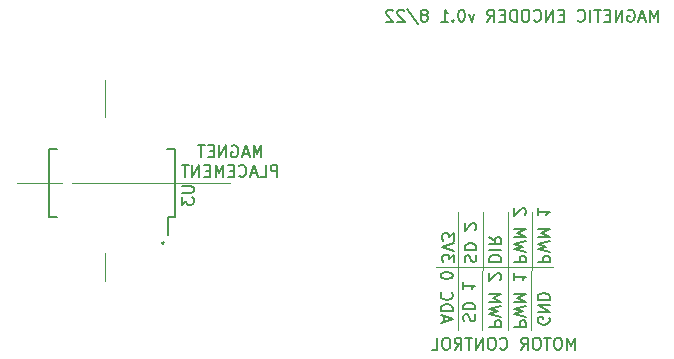
<source format=gbr>
%TF.GenerationSoftware,KiCad,Pcbnew,(5.1.9)-1*%
%TF.CreationDate,2022-08-25T12:46:07+02:00*%
%TF.ProjectId,electric_angle_actuator,656c6563-7472-4696-935f-616e676c655f,rev?*%
%TF.SameCoordinates,Original*%
%TF.FileFunction,Legend,Bot*%
%TF.FilePolarity,Positive*%
%FSLAX46Y46*%
G04 Gerber Fmt 4.6, Leading zero omitted, Abs format (unit mm)*
G04 Created by KiCad (PCBNEW (5.1.9)-1) date 2022-08-25 12:46:07*
%MOMM*%
%LPD*%
G01*
G04 APERTURE LIST*
%ADD10C,0.150000*%
%ADD11C,0.120000*%
G04 APERTURE END LIST*
D10*
X186056190Y-64242380D02*
X186056190Y-63242380D01*
X185722857Y-63956666D01*
X185389523Y-63242380D01*
X185389523Y-64242380D01*
X184960952Y-63956666D02*
X184484761Y-63956666D01*
X185056190Y-64242380D02*
X184722857Y-63242380D01*
X184389523Y-64242380D01*
X183532380Y-63290000D02*
X183627619Y-63242380D01*
X183770476Y-63242380D01*
X183913333Y-63290000D01*
X184008571Y-63385238D01*
X184056190Y-63480476D01*
X184103809Y-63670952D01*
X184103809Y-63813809D01*
X184056190Y-64004285D01*
X184008571Y-64099523D01*
X183913333Y-64194761D01*
X183770476Y-64242380D01*
X183675238Y-64242380D01*
X183532380Y-64194761D01*
X183484761Y-64147142D01*
X183484761Y-63813809D01*
X183675238Y-63813809D01*
X183056190Y-64242380D02*
X183056190Y-63242380D01*
X182484761Y-64242380D01*
X182484761Y-63242380D01*
X182008571Y-63718571D02*
X181675238Y-63718571D01*
X181532380Y-64242380D02*
X182008571Y-64242380D01*
X182008571Y-63242380D01*
X181532380Y-63242380D01*
X181246666Y-63242380D02*
X180675238Y-63242380D01*
X180960952Y-64242380D02*
X180960952Y-63242380D01*
X180341904Y-64242380D02*
X180341904Y-63242380D01*
X179294285Y-64147142D02*
X179341904Y-64194761D01*
X179484761Y-64242380D01*
X179580000Y-64242380D01*
X179722857Y-64194761D01*
X179818095Y-64099523D01*
X179865714Y-64004285D01*
X179913333Y-63813809D01*
X179913333Y-63670952D01*
X179865714Y-63480476D01*
X179818095Y-63385238D01*
X179722857Y-63290000D01*
X179580000Y-63242380D01*
X179484761Y-63242380D01*
X179341904Y-63290000D01*
X179294285Y-63337619D01*
X178103809Y-63718571D02*
X177770476Y-63718571D01*
X177627619Y-64242380D02*
X178103809Y-64242380D01*
X178103809Y-63242380D01*
X177627619Y-63242380D01*
X177199047Y-64242380D02*
X177199047Y-63242380D01*
X176627619Y-64242380D01*
X176627619Y-63242380D01*
X175580000Y-64147142D02*
X175627619Y-64194761D01*
X175770476Y-64242380D01*
X175865714Y-64242380D01*
X176008571Y-64194761D01*
X176103809Y-64099523D01*
X176151428Y-64004285D01*
X176199047Y-63813809D01*
X176199047Y-63670952D01*
X176151428Y-63480476D01*
X176103809Y-63385238D01*
X176008571Y-63290000D01*
X175865714Y-63242380D01*
X175770476Y-63242380D01*
X175627619Y-63290000D01*
X175580000Y-63337619D01*
X174960952Y-63242380D02*
X174770476Y-63242380D01*
X174675238Y-63290000D01*
X174580000Y-63385238D01*
X174532380Y-63575714D01*
X174532380Y-63909047D01*
X174580000Y-64099523D01*
X174675238Y-64194761D01*
X174770476Y-64242380D01*
X174960952Y-64242380D01*
X175056190Y-64194761D01*
X175151428Y-64099523D01*
X175199047Y-63909047D01*
X175199047Y-63575714D01*
X175151428Y-63385238D01*
X175056190Y-63290000D01*
X174960952Y-63242380D01*
X174103809Y-64242380D02*
X174103809Y-63242380D01*
X173865714Y-63242380D01*
X173722857Y-63290000D01*
X173627619Y-63385238D01*
X173580000Y-63480476D01*
X173532380Y-63670952D01*
X173532380Y-63813809D01*
X173580000Y-64004285D01*
X173627619Y-64099523D01*
X173722857Y-64194761D01*
X173865714Y-64242380D01*
X174103809Y-64242380D01*
X173103809Y-63718571D02*
X172770476Y-63718571D01*
X172627619Y-64242380D02*
X173103809Y-64242380D01*
X173103809Y-63242380D01*
X172627619Y-63242380D01*
X171627619Y-64242380D02*
X171960952Y-63766190D01*
X172199047Y-64242380D02*
X172199047Y-63242380D01*
X171818095Y-63242380D01*
X171722857Y-63290000D01*
X171675238Y-63337619D01*
X171627619Y-63432857D01*
X171627619Y-63575714D01*
X171675238Y-63670952D01*
X171722857Y-63718571D01*
X171818095Y-63766190D01*
X172199047Y-63766190D01*
X170532380Y-63575714D02*
X170294285Y-64242380D01*
X170056190Y-63575714D01*
X169484761Y-63242380D02*
X169389523Y-63242380D01*
X169294285Y-63290000D01*
X169246666Y-63337619D01*
X169199047Y-63432857D01*
X169151428Y-63623333D01*
X169151428Y-63861428D01*
X169199047Y-64051904D01*
X169246666Y-64147142D01*
X169294285Y-64194761D01*
X169389523Y-64242380D01*
X169484761Y-64242380D01*
X169580000Y-64194761D01*
X169627619Y-64147142D01*
X169675238Y-64051904D01*
X169722857Y-63861428D01*
X169722857Y-63623333D01*
X169675238Y-63432857D01*
X169627619Y-63337619D01*
X169580000Y-63290000D01*
X169484761Y-63242380D01*
X168722857Y-64147142D02*
X168675238Y-64194761D01*
X168722857Y-64242380D01*
X168770476Y-64194761D01*
X168722857Y-64147142D01*
X168722857Y-64242380D01*
X167722857Y-64242380D02*
X168294285Y-64242380D01*
X168008571Y-64242380D02*
X168008571Y-63242380D01*
X168103809Y-63385238D01*
X168199047Y-63480476D01*
X168294285Y-63528095D01*
X166389523Y-63670952D02*
X166484761Y-63623333D01*
X166532380Y-63575714D01*
X166580000Y-63480476D01*
X166580000Y-63432857D01*
X166532380Y-63337619D01*
X166484761Y-63290000D01*
X166389523Y-63242380D01*
X166199047Y-63242380D01*
X166103809Y-63290000D01*
X166056190Y-63337619D01*
X166008571Y-63432857D01*
X166008571Y-63480476D01*
X166056190Y-63575714D01*
X166103809Y-63623333D01*
X166199047Y-63670952D01*
X166389523Y-63670952D01*
X166484761Y-63718571D01*
X166532380Y-63766190D01*
X166580000Y-63861428D01*
X166580000Y-64051904D01*
X166532380Y-64147142D01*
X166484761Y-64194761D01*
X166389523Y-64242380D01*
X166199047Y-64242380D01*
X166103809Y-64194761D01*
X166056190Y-64147142D01*
X166008571Y-64051904D01*
X166008571Y-63861428D01*
X166056190Y-63766190D01*
X166103809Y-63718571D01*
X166199047Y-63670952D01*
X164865714Y-63194761D02*
X165722857Y-64480476D01*
X164580000Y-63337619D02*
X164532380Y-63290000D01*
X164437142Y-63242380D01*
X164199047Y-63242380D01*
X164103809Y-63290000D01*
X164056190Y-63337619D01*
X164008571Y-63432857D01*
X164008571Y-63528095D01*
X164056190Y-63670952D01*
X164627619Y-64242380D01*
X164008571Y-64242380D01*
X163627619Y-63337619D02*
X163580000Y-63290000D01*
X163484761Y-63242380D01*
X163246666Y-63242380D01*
X163151428Y-63290000D01*
X163103809Y-63337619D01*
X163056190Y-63432857D01*
X163056190Y-63528095D01*
X163103809Y-63670952D01*
X163675238Y-64242380D01*
X163056190Y-64242380D01*
X152499047Y-75727380D02*
X152499047Y-74727380D01*
X152165714Y-75441666D01*
X151832380Y-74727380D01*
X151832380Y-75727380D01*
X151403809Y-75441666D02*
X150927619Y-75441666D01*
X151499047Y-75727380D02*
X151165714Y-74727380D01*
X150832380Y-75727380D01*
X149975238Y-74775000D02*
X150070476Y-74727380D01*
X150213333Y-74727380D01*
X150356190Y-74775000D01*
X150451428Y-74870238D01*
X150499047Y-74965476D01*
X150546666Y-75155952D01*
X150546666Y-75298809D01*
X150499047Y-75489285D01*
X150451428Y-75584523D01*
X150356190Y-75679761D01*
X150213333Y-75727380D01*
X150118095Y-75727380D01*
X149975238Y-75679761D01*
X149927619Y-75632142D01*
X149927619Y-75298809D01*
X150118095Y-75298809D01*
X149499047Y-75727380D02*
X149499047Y-74727380D01*
X148927619Y-75727380D01*
X148927619Y-74727380D01*
X148451428Y-75203571D02*
X148118095Y-75203571D01*
X147975238Y-75727380D02*
X148451428Y-75727380D01*
X148451428Y-74727380D01*
X147975238Y-74727380D01*
X147689523Y-74727380D02*
X147118095Y-74727380D01*
X147403809Y-75727380D02*
X147403809Y-74727380D01*
X153856190Y-77377380D02*
X153856190Y-76377380D01*
X153475238Y-76377380D01*
X153380000Y-76425000D01*
X153332380Y-76472619D01*
X153284761Y-76567857D01*
X153284761Y-76710714D01*
X153332380Y-76805952D01*
X153380000Y-76853571D01*
X153475238Y-76901190D01*
X153856190Y-76901190D01*
X152380000Y-77377380D02*
X152856190Y-77377380D01*
X152856190Y-76377380D01*
X152094285Y-77091666D02*
X151618095Y-77091666D01*
X152189523Y-77377380D02*
X151856190Y-76377380D01*
X151522857Y-77377380D01*
X150618095Y-77282142D02*
X150665714Y-77329761D01*
X150808571Y-77377380D01*
X150903809Y-77377380D01*
X151046666Y-77329761D01*
X151141904Y-77234523D01*
X151189523Y-77139285D01*
X151237142Y-76948809D01*
X151237142Y-76805952D01*
X151189523Y-76615476D01*
X151141904Y-76520238D01*
X151046666Y-76425000D01*
X150903809Y-76377380D01*
X150808571Y-76377380D01*
X150665714Y-76425000D01*
X150618095Y-76472619D01*
X150189523Y-76853571D02*
X149856190Y-76853571D01*
X149713333Y-77377380D02*
X150189523Y-77377380D01*
X150189523Y-76377380D01*
X149713333Y-76377380D01*
X149284761Y-77377380D02*
X149284761Y-76377380D01*
X148951428Y-77091666D01*
X148618095Y-76377380D01*
X148618095Y-77377380D01*
X148141904Y-76853571D02*
X147808571Y-76853571D01*
X147665714Y-77377380D02*
X148141904Y-77377380D01*
X148141904Y-76377380D01*
X147665714Y-76377380D01*
X147237142Y-77377380D02*
X147237142Y-76377380D01*
X146665714Y-77377380D01*
X146665714Y-76377380D01*
X146332380Y-76377380D02*
X145760952Y-76377380D01*
X146046666Y-77377380D02*
X146046666Y-76377380D01*
D11*
X135620000Y-77930000D02*
X131790000Y-77910000D01*
X136480000Y-77930000D02*
X149880000Y-77910000D01*
X139250000Y-83810000D02*
X139250000Y-86190000D01*
X139250000Y-69190000D02*
X139250000Y-72360000D01*
X175350000Y-90360000D02*
X175450000Y-80360000D01*
X173350000Y-90360000D02*
X173350000Y-80360000D01*
X171150000Y-90360000D02*
X171250000Y-80360000D01*
X169150000Y-90360000D02*
X169150000Y-80360000D01*
X167250000Y-85060000D02*
X177150000Y-85060000D01*
D10*
X167983333Y-89655238D02*
X167983333Y-89179047D01*
X167697619Y-89750476D02*
X168697619Y-89417142D01*
X167697619Y-89083809D01*
X167697619Y-88750476D02*
X168697619Y-88750476D01*
X168697619Y-88512380D01*
X168650000Y-88369523D01*
X168554761Y-88274285D01*
X168459523Y-88226666D01*
X168269047Y-88179047D01*
X168126190Y-88179047D01*
X167935714Y-88226666D01*
X167840476Y-88274285D01*
X167745238Y-88369523D01*
X167697619Y-88512380D01*
X167697619Y-88750476D01*
X167792857Y-87179047D02*
X167745238Y-87226666D01*
X167697619Y-87369523D01*
X167697619Y-87464761D01*
X167745238Y-87607619D01*
X167840476Y-87702857D01*
X167935714Y-87750476D01*
X168126190Y-87798095D01*
X168269047Y-87798095D01*
X168459523Y-87750476D01*
X168554761Y-87702857D01*
X168650000Y-87607619D01*
X168697619Y-87464761D01*
X168697619Y-87369523D01*
X168650000Y-87226666D01*
X168602380Y-87179047D01*
X168697619Y-85798095D02*
X168697619Y-85702857D01*
X168650000Y-85607619D01*
X168602380Y-85560000D01*
X168507142Y-85512380D01*
X168316666Y-85464761D01*
X168078571Y-85464761D01*
X167888095Y-85512380D01*
X167792857Y-85560000D01*
X167745238Y-85607619D01*
X167697619Y-85702857D01*
X167697619Y-85798095D01*
X167745238Y-85893333D01*
X167792857Y-85940952D01*
X167888095Y-85988571D01*
X168078571Y-86036190D01*
X168316666Y-86036190D01*
X168507142Y-85988571D01*
X168602380Y-85940952D01*
X168650000Y-85893333D01*
X168697619Y-85798095D01*
X169645238Y-89602857D02*
X169597619Y-89460000D01*
X169597619Y-89221904D01*
X169645238Y-89126666D01*
X169692857Y-89079047D01*
X169788095Y-89031428D01*
X169883333Y-89031428D01*
X169978571Y-89079047D01*
X170026190Y-89126666D01*
X170073809Y-89221904D01*
X170121428Y-89412380D01*
X170169047Y-89507619D01*
X170216666Y-89555238D01*
X170311904Y-89602857D01*
X170407142Y-89602857D01*
X170502380Y-89555238D01*
X170550000Y-89507619D01*
X170597619Y-89412380D01*
X170597619Y-89174285D01*
X170550000Y-89031428D01*
X169597619Y-88602857D02*
X170597619Y-88602857D01*
X170597619Y-88364761D01*
X170550000Y-88221904D01*
X170454761Y-88126666D01*
X170359523Y-88079047D01*
X170169047Y-88031428D01*
X170026190Y-88031428D01*
X169835714Y-88079047D01*
X169740476Y-88126666D01*
X169645238Y-88221904D01*
X169597619Y-88364761D01*
X169597619Y-88602857D01*
X169597619Y-86317142D02*
X169597619Y-86888571D01*
X169597619Y-86602857D02*
X170597619Y-86602857D01*
X170454761Y-86698095D01*
X170359523Y-86793333D01*
X170311904Y-86888571D01*
X171797619Y-90121904D02*
X172797619Y-90121904D01*
X172797619Y-89740952D01*
X172750000Y-89645714D01*
X172702380Y-89598095D01*
X172607142Y-89550476D01*
X172464285Y-89550476D01*
X172369047Y-89598095D01*
X172321428Y-89645714D01*
X172273809Y-89740952D01*
X172273809Y-90121904D01*
X172797619Y-89217142D02*
X171797619Y-88979047D01*
X172511904Y-88788571D01*
X171797619Y-88598095D01*
X172797619Y-88360000D01*
X171797619Y-87979047D02*
X172797619Y-87979047D01*
X172083333Y-87645714D01*
X172797619Y-87312380D01*
X171797619Y-87312380D01*
X172702380Y-86121904D02*
X172750000Y-86074285D01*
X172797619Y-85979047D01*
X172797619Y-85740952D01*
X172750000Y-85645714D01*
X172702380Y-85598095D01*
X172607142Y-85550476D01*
X172511904Y-85550476D01*
X172369047Y-85598095D01*
X171797619Y-86169523D01*
X171797619Y-85550476D01*
X173897619Y-90121904D02*
X174897619Y-90121904D01*
X174897619Y-89740952D01*
X174850000Y-89645714D01*
X174802380Y-89598095D01*
X174707142Y-89550476D01*
X174564285Y-89550476D01*
X174469047Y-89598095D01*
X174421428Y-89645714D01*
X174373809Y-89740952D01*
X174373809Y-90121904D01*
X174897619Y-89217142D02*
X173897619Y-88979047D01*
X174611904Y-88788571D01*
X173897619Y-88598095D01*
X174897619Y-88360000D01*
X173897619Y-87979047D02*
X174897619Y-87979047D01*
X174183333Y-87645714D01*
X174897619Y-87312380D01*
X173897619Y-87312380D01*
X173897619Y-85550476D02*
X173897619Y-86121904D01*
X173897619Y-85836190D02*
X174897619Y-85836190D01*
X174754761Y-85931428D01*
X174659523Y-86026666D01*
X174611904Y-86121904D01*
X176850000Y-89321904D02*
X176897619Y-89417142D01*
X176897619Y-89560000D01*
X176850000Y-89702857D01*
X176754761Y-89798095D01*
X176659523Y-89845714D01*
X176469047Y-89893333D01*
X176326190Y-89893333D01*
X176135714Y-89845714D01*
X176040476Y-89798095D01*
X175945238Y-89702857D01*
X175897619Y-89560000D01*
X175897619Y-89464761D01*
X175945238Y-89321904D01*
X175992857Y-89274285D01*
X176326190Y-89274285D01*
X176326190Y-89464761D01*
X175897619Y-88845714D02*
X176897619Y-88845714D01*
X175897619Y-88274285D01*
X176897619Y-88274285D01*
X175897619Y-87798095D02*
X176897619Y-87798095D01*
X176897619Y-87560000D01*
X176850000Y-87417142D01*
X176754761Y-87321904D01*
X176659523Y-87274285D01*
X176469047Y-87226666D01*
X176326190Y-87226666D01*
X176135714Y-87274285D01*
X176040476Y-87321904D01*
X175945238Y-87417142D01*
X175897619Y-87560000D01*
X175897619Y-87798095D01*
X168797619Y-84598095D02*
X168797619Y-83979047D01*
X168416666Y-84312380D01*
X168416666Y-84169523D01*
X168369047Y-84074285D01*
X168321428Y-84026666D01*
X168226190Y-83979047D01*
X167988095Y-83979047D01*
X167892857Y-84026666D01*
X167845238Y-84074285D01*
X167797619Y-84169523D01*
X167797619Y-84455238D01*
X167845238Y-84550476D01*
X167892857Y-84598095D01*
X168797619Y-83693333D02*
X167797619Y-83360000D01*
X168797619Y-83026666D01*
X168797619Y-82788571D02*
X168797619Y-82169523D01*
X168416666Y-82502857D01*
X168416666Y-82360000D01*
X168369047Y-82264761D01*
X168321428Y-82217142D01*
X168226190Y-82169523D01*
X167988095Y-82169523D01*
X167892857Y-82217142D01*
X167845238Y-82264761D01*
X167797619Y-82360000D01*
X167797619Y-82645714D01*
X167845238Y-82740952D01*
X167892857Y-82788571D01*
X169745238Y-84602857D02*
X169697619Y-84460000D01*
X169697619Y-84221904D01*
X169745238Y-84126666D01*
X169792857Y-84079047D01*
X169888095Y-84031428D01*
X169983333Y-84031428D01*
X170078571Y-84079047D01*
X170126190Y-84126666D01*
X170173809Y-84221904D01*
X170221428Y-84412380D01*
X170269047Y-84507619D01*
X170316666Y-84555238D01*
X170411904Y-84602857D01*
X170507142Y-84602857D01*
X170602380Y-84555238D01*
X170650000Y-84507619D01*
X170697619Y-84412380D01*
X170697619Y-84174285D01*
X170650000Y-84031428D01*
X169697619Y-83602857D02*
X170697619Y-83602857D01*
X170697619Y-83364761D01*
X170650000Y-83221904D01*
X170554761Y-83126666D01*
X170459523Y-83079047D01*
X170269047Y-83031428D01*
X170126190Y-83031428D01*
X169935714Y-83079047D01*
X169840476Y-83126666D01*
X169745238Y-83221904D01*
X169697619Y-83364761D01*
X169697619Y-83602857D01*
X170602380Y-81888571D02*
X170650000Y-81840952D01*
X170697619Y-81745714D01*
X170697619Y-81507619D01*
X170650000Y-81412380D01*
X170602380Y-81364761D01*
X170507142Y-81317142D01*
X170411904Y-81317142D01*
X170269047Y-81364761D01*
X169697619Y-81936190D01*
X169697619Y-81317142D01*
X171797619Y-84560000D02*
X172797619Y-84560000D01*
X172797619Y-84321904D01*
X172750000Y-84179047D01*
X172654761Y-84083809D01*
X172559523Y-84036190D01*
X172369047Y-83988571D01*
X172226190Y-83988571D01*
X172035714Y-84036190D01*
X171940476Y-84083809D01*
X171845238Y-84179047D01*
X171797619Y-84321904D01*
X171797619Y-84560000D01*
X171797619Y-83560000D02*
X172797619Y-83560000D01*
X171797619Y-82512380D02*
X172273809Y-82845714D01*
X171797619Y-83083809D02*
X172797619Y-83083809D01*
X172797619Y-82702857D01*
X172750000Y-82607619D01*
X172702380Y-82560000D01*
X172607142Y-82512380D01*
X172464285Y-82512380D01*
X172369047Y-82560000D01*
X172321428Y-82607619D01*
X172273809Y-82702857D01*
X172273809Y-83083809D01*
X173897619Y-84621904D02*
X174897619Y-84621904D01*
X174897619Y-84240952D01*
X174850000Y-84145714D01*
X174802380Y-84098095D01*
X174707142Y-84050476D01*
X174564285Y-84050476D01*
X174469047Y-84098095D01*
X174421428Y-84145714D01*
X174373809Y-84240952D01*
X174373809Y-84621904D01*
X174897619Y-83717142D02*
X173897619Y-83479047D01*
X174611904Y-83288571D01*
X173897619Y-83098095D01*
X174897619Y-82860000D01*
X173897619Y-82479047D02*
X174897619Y-82479047D01*
X174183333Y-82145714D01*
X174897619Y-81812380D01*
X173897619Y-81812380D01*
X174802380Y-80621904D02*
X174850000Y-80574285D01*
X174897619Y-80479047D01*
X174897619Y-80240952D01*
X174850000Y-80145714D01*
X174802380Y-80098095D01*
X174707142Y-80050476D01*
X174611904Y-80050476D01*
X174469047Y-80098095D01*
X173897619Y-80669523D01*
X173897619Y-80050476D01*
X175897619Y-84621904D02*
X176897619Y-84621904D01*
X176897619Y-84240952D01*
X176850000Y-84145714D01*
X176802380Y-84098095D01*
X176707142Y-84050476D01*
X176564285Y-84050476D01*
X176469047Y-84098095D01*
X176421428Y-84145714D01*
X176373809Y-84240952D01*
X176373809Y-84621904D01*
X176897619Y-83717142D02*
X175897619Y-83479047D01*
X176611904Y-83288571D01*
X175897619Y-83098095D01*
X176897619Y-82860000D01*
X175897619Y-82479047D02*
X176897619Y-82479047D01*
X176183333Y-82145714D01*
X176897619Y-81812380D01*
X175897619Y-81812380D01*
X175897619Y-80050476D02*
X175897619Y-80621904D01*
X175897619Y-80336190D02*
X176897619Y-80336190D01*
X176754761Y-80431428D01*
X176659523Y-80526666D01*
X176611904Y-80621904D01*
X179050000Y-92012380D02*
X179050000Y-91012380D01*
X178716666Y-91726666D01*
X178383333Y-91012380D01*
X178383333Y-92012380D01*
X177716666Y-91012380D02*
X177526190Y-91012380D01*
X177430952Y-91060000D01*
X177335714Y-91155238D01*
X177288095Y-91345714D01*
X177288095Y-91679047D01*
X177335714Y-91869523D01*
X177430952Y-91964761D01*
X177526190Y-92012380D01*
X177716666Y-92012380D01*
X177811904Y-91964761D01*
X177907142Y-91869523D01*
X177954761Y-91679047D01*
X177954761Y-91345714D01*
X177907142Y-91155238D01*
X177811904Y-91060000D01*
X177716666Y-91012380D01*
X177002380Y-91012380D02*
X176430952Y-91012380D01*
X176716666Y-92012380D02*
X176716666Y-91012380D01*
X175907142Y-91012380D02*
X175716666Y-91012380D01*
X175621428Y-91060000D01*
X175526190Y-91155238D01*
X175478571Y-91345714D01*
X175478571Y-91679047D01*
X175526190Y-91869523D01*
X175621428Y-91964761D01*
X175716666Y-92012380D01*
X175907142Y-92012380D01*
X176002380Y-91964761D01*
X176097619Y-91869523D01*
X176145238Y-91679047D01*
X176145238Y-91345714D01*
X176097619Y-91155238D01*
X176002380Y-91060000D01*
X175907142Y-91012380D01*
X174478571Y-92012380D02*
X174811904Y-91536190D01*
X175050000Y-92012380D02*
X175050000Y-91012380D01*
X174669047Y-91012380D01*
X174573809Y-91060000D01*
X174526190Y-91107619D01*
X174478571Y-91202857D01*
X174478571Y-91345714D01*
X174526190Y-91440952D01*
X174573809Y-91488571D01*
X174669047Y-91536190D01*
X175050000Y-91536190D01*
X172716666Y-91917142D02*
X172764285Y-91964761D01*
X172907142Y-92012380D01*
X173002380Y-92012380D01*
X173145238Y-91964761D01*
X173240476Y-91869523D01*
X173288095Y-91774285D01*
X173335714Y-91583809D01*
X173335714Y-91440952D01*
X173288095Y-91250476D01*
X173240476Y-91155238D01*
X173145238Y-91060000D01*
X173002380Y-91012380D01*
X172907142Y-91012380D01*
X172764285Y-91060000D01*
X172716666Y-91107619D01*
X172097619Y-91012380D02*
X171907142Y-91012380D01*
X171811904Y-91060000D01*
X171716666Y-91155238D01*
X171669047Y-91345714D01*
X171669047Y-91679047D01*
X171716666Y-91869523D01*
X171811904Y-91964761D01*
X171907142Y-92012380D01*
X172097619Y-92012380D01*
X172192857Y-91964761D01*
X172288095Y-91869523D01*
X172335714Y-91679047D01*
X172335714Y-91345714D01*
X172288095Y-91155238D01*
X172192857Y-91060000D01*
X172097619Y-91012380D01*
X171240476Y-92012380D02*
X171240476Y-91012380D01*
X170669047Y-92012380D01*
X170669047Y-91012380D01*
X170335714Y-91012380D02*
X169764285Y-91012380D01*
X170050000Y-92012380D02*
X170050000Y-91012380D01*
X168859523Y-92012380D02*
X169192857Y-91536190D01*
X169430952Y-92012380D02*
X169430952Y-91012380D01*
X169050000Y-91012380D01*
X168954761Y-91060000D01*
X168907142Y-91107619D01*
X168859523Y-91202857D01*
X168859523Y-91345714D01*
X168907142Y-91440952D01*
X168954761Y-91488571D01*
X169050000Y-91536190D01*
X169430952Y-91536190D01*
X168240476Y-91012380D02*
X168050000Y-91012380D01*
X167954761Y-91060000D01*
X167859523Y-91155238D01*
X167811904Y-91345714D01*
X167811904Y-91679047D01*
X167859523Y-91869523D01*
X167954761Y-91964761D01*
X168050000Y-92012380D01*
X168240476Y-92012380D01*
X168335714Y-91964761D01*
X168430952Y-91869523D01*
X168478571Y-91679047D01*
X168478571Y-91345714D01*
X168430952Y-91155238D01*
X168335714Y-91060000D01*
X168240476Y-91012380D01*
X166907142Y-92012380D02*
X167383333Y-92012380D01*
X167383333Y-91012380D01*
X144145000Y-82883285D02*
X144049761Y-82978523D01*
X144145000Y-83073761D01*
X144240238Y-82978523D01*
X144145000Y-82883285D01*
X144145000Y-83073761D01*
%TO.C,U3*%
X144602400Y-80751400D02*
X144602400Y-82351400D01*
X134527400Y-80751400D02*
X134527400Y-75001400D01*
X145177400Y-80751400D02*
X145177400Y-75001400D01*
X134527400Y-80751400D02*
X135177400Y-80751400D01*
X134527400Y-75001400D02*
X135177400Y-75001400D01*
X145177400Y-75001400D02*
X144527400Y-75001400D01*
X145177400Y-80751400D02*
X144602400Y-80751400D01*
X145752380Y-78178095D02*
X146561904Y-78178095D01*
X146657142Y-78225714D01*
X146704761Y-78273333D01*
X146752380Y-78368571D01*
X146752380Y-78559047D01*
X146704761Y-78654285D01*
X146657142Y-78701904D01*
X146561904Y-78749523D01*
X145752380Y-78749523D01*
X145752380Y-79130476D02*
X145752380Y-79749523D01*
X146133333Y-79416190D01*
X146133333Y-79559047D01*
X146180952Y-79654285D01*
X146228571Y-79701904D01*
X146323809Y-79749523D01*
X146561904Y-79749523D01*
X146657142Y-79701904D01*
X146704761Y-79654285D01*
X146752380Y-79559047D01*
X146752380Y-79273333D01*
X146704761Y-79178095D01*
X146657142Y-79130476D01*
%TD*%
M02*

</source>
